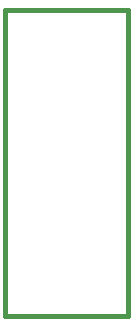
<source format=gbr>
G04 (created by PCBNEW-RS274X (2011-05-25)-stable) date Tue 01 Jan 2013 01:08:31 PM EST*
G01*
G70*
G90*
%MOIN*%
G04 Gerber Fmt 3.4, Leading zero omitted, Abs format*
%FSLAX34Y34*%
G04 APERTURE LIST*
%ADD10C,0.006000*%
%ADD11C,0.015000*%
G04 APERTURE END LIST*
G54D10*
G54D11*
X51500Y-27400D02*
X55600Y-27400D01*
X51500Y-17200D02*
X55600Y-17200D01*
X55600Y-27400D02*
X55600Y-17200D01*
X51500Y-17200D02*
X51500Y-27400D01*
M02*

</source>
